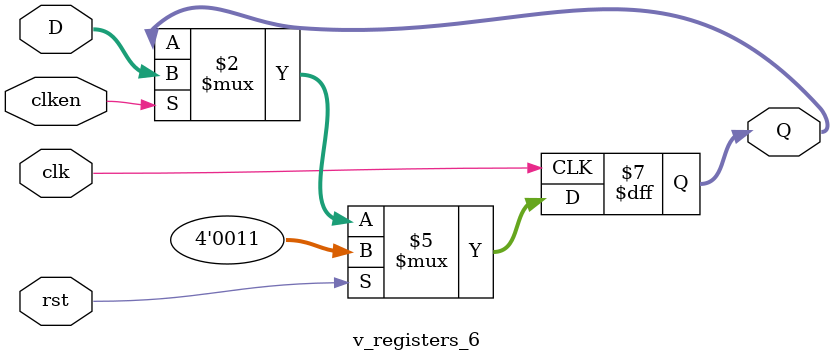
<source format=v>
module v_registers_6 (clk, rst, clken, D, Q);
    input      clk, rst, clken;
    input      [3:0] D;
    output reg [3:0] Q;

    always @(posedge clk)
    begin
        if (rst)
            Q <= 4'b0011;
        else if (clken)
            Q <= D;
    end

endmodule

</source>
